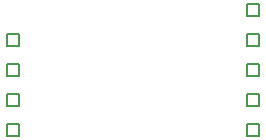
<source format=gbr>
G04 Layer_Color=2752767*
%FSLAX26Y26*%
%MOIN*%
%TF.FileFunction,Drawing*%
%TF.Part,Single*%
G01*
G75*
%TA.AperFunction,NonConductor*%
%ADD36C,0.005000*%
D36*
X846000Y445000D02*
Y485000D01*
X886000D01*
Y445000D01*
X846000D01*
Y345000D02*
Y385000D01*
X886000D01*
Y345000D01*
X846000D01*
Y245000D02*
Y285000D01*
X886000D01*
Y245000D01*
X846000D01*
Y145000D02*
Y185000D01*
X886000D01*
Y145000D01*
X846000D01*
Y45000D02*
Y85000D01*
X886000D01*
Y45000D01*
X846000D01*
X45000Y345000D02*
Y385000D01*
X85000D01*
Y345000D01*
X45000D01*
Y245000D02*
Y285000D01*
X85000D01*
Y245000D01*
X45000D01*
Y145000D02*
Y185000D01*
X85000D01*
Y145000D01*
X45000D01*
Y45000D02*
Y85000D01*
X85000D01*
Y45000D01*
X45000D01*
%TF.MD5,bc7039ca50e0f7995c3a12366f2fc531*%
M02*

</source>
